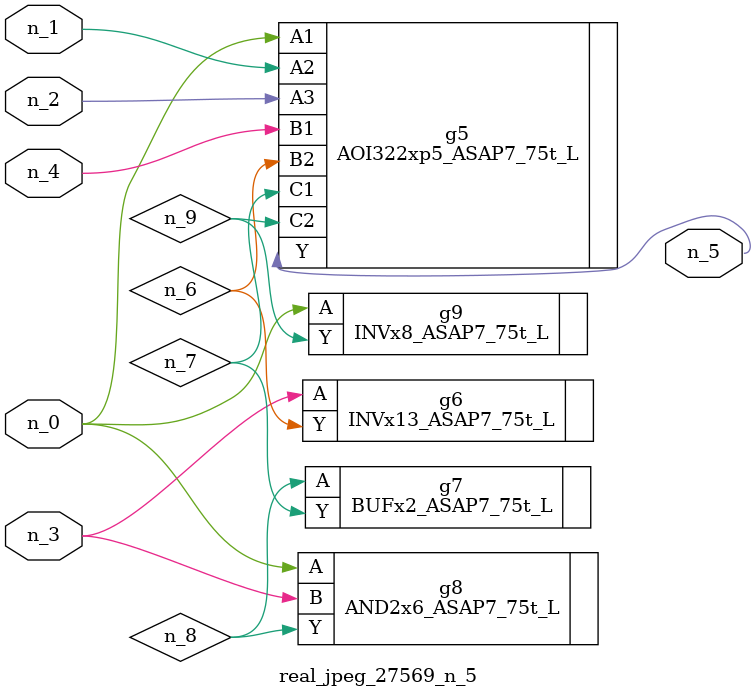
<source format=v>
module real_jpeg_27569_n_5 (n_4, n_0, n_1, n_2, n_3, n_5);

input n_4;
input n_0;
input n_1;
input n_2;
input n_3;

output n_5;

wire n_8;
wire n_6;
wire n_7;
wire n_9;

AOI322xp5_ASAP7_75t_L g5 ( 
.A1(n_0),
.A2(n_1),
.A3(n_2),
.B1(n_4),
.B2(n_6),
.C1(n_7),
.C2(n_9),
.Y(n_5)
);

AND2x6_ASAP7_75t_L g8 ( 
.A(n_0),
.B(n_3),
.Y(n_8)
);

INVx8_ASAP7_75t_L g9 ( 
.A(n_0),
.Y(n_9)
);

INVx13_ASAP7_75t_L g6 ( 
.A(n_3),
.Y(n_6)
);

BUFx2_ASAP7_75t_L g7 ( 
.A(n_8),
.Y(n_7)
);


endmodule
</source>
